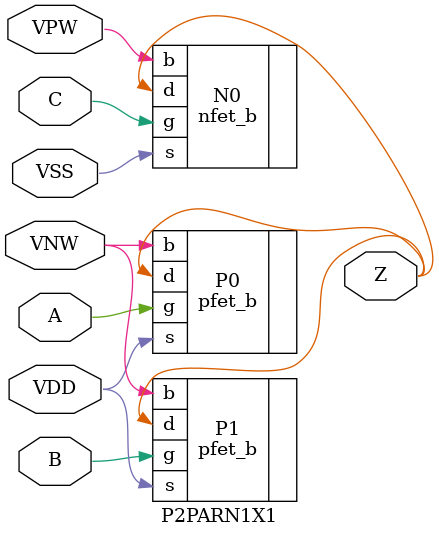
<source format=v>
`timescale 1ns / 1ns 

module P2PARN1X1 ( Z, VDD, VNW, VPW, VSS, A, B, C );

output  Z;

inout  VDD, VNW, VPW, VSS;

input  A, B, C;


specify 
    specparam CDS_LIBNAME  = "rail12lp";
    specparam CDS_CELLNAME = "P2PARN1X1";
    specparam CDS_VIEWNAME = "schematic";
endspecify

nfet_b  N0 ( .b(VPW), .s(VSS), .g(C), .d(Z));
pfet_b  P1 ( .b(VNW), .s(VDD), .g(B), .d(Z));
pfet_b  P0 ( .b(VNW), .s(VDD), .g(A), .d(Z));

endmodule

</source>
